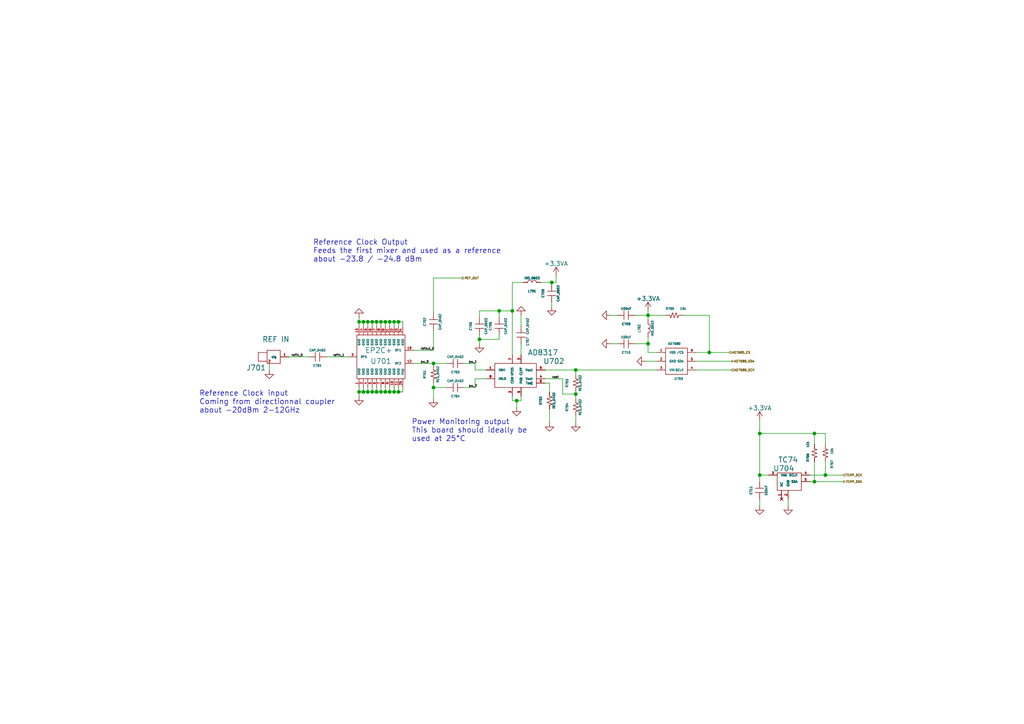
<source format=kicad_sch>
(kicad_sch (version 20211123) (generator eeschema)
  (paper "A4")
  (lib_symbols
    (symbol "adccore-rescue:+3.3VA" (power) (pin_names (offset 0))
      (property "Value" "+3.3VA" (at 0 3.556 0))
      (symbol "+3.3VA_0_1"
        (polyline (pts (xy -0.762 1.27) (xy 0 2.54)))
        (polyline (pts (xy 0 0) (xy 0 2.54)))
        (polyline (pts (xy 0 2.54) (xy 0.762 1.27)))
      )
      (symbol "+3.3VA_1_1"
        (pin power_in line (at 0 0 90) (length 0) hide (name "+3.3VA") (number "1"))
      )
    )
    (symbol "adccore-rescue:AD7680" (pin_names (offset 1.016))
      (property "Reference" "U" (at 1.27 -5.08 0))
      (property "Value" "AD7680" (at 0 5.08 0))
      (symbol "AD7680_0_1"
        (rectangle (start -2.54 3.81) (end 3.81 -3.81))
      )
      (symbol "AD7680_1_1"
        (pin power_in line (at -5.08 2.54 0) (length 2.54) (name "VDD") (number "1"))
        (pin power_in line (at -5.08 0 0) (length 2.54) (name "GND") (number "2"))
        (pin input line (at -5.08 -2.54 0) (length 2.54) (name "VIN") (number "3"))
        (pin input line (at 6.35 -2.54 180) (length 2.54) (name "SCLK") (number "4"))
        (pin output line (at 6.35 0 180) (length 2.54) (name "SDA") (number "5"))
        (pin input line (at 6.35 2.54 180) (length 2.54) (name "/CS") (number "6"))
      )
    )
    (symbol "adccore-rescue:AD8317" (pin_names (offset 1.016))
      (property "Reference" "U" (at -11.43 5.08 0))
      (property "Value" "AD8317" (at -8.255 8.255 0))
      (symbol "AD8317_0_1"
        (rectangle (start -5.715 2.54) (end 6.35 -4.445))
      )
      (symbol "AD8317_1_1"
        (pin input line (at -8.255 0.635 0) (length 2.54) (name "INHI") (number "1"))
        (pin power_in line (at -0.635 -6.985 90) (length 2.54) (name "COM") (number "2"))
        (pin output line (at 1.905 5.08 270) (length 2.54) (name "CLPF") (number "3"))
        (pin input line (at 8.89 -1.905 180) (length 2.54) (name "Vset") (number "4"))
        (pin output line (at 8.89 0.635 180) (length 2.54) (name "Vout") (number "5"))
        (pin input line (at 8.89 -3.175 180) (length 2.54) (name "Tadj") (number "6"))
        (pin power_in line (at -0.635 5.08 270) (length 2.54) (name "VPOS") (number "7"))
        (pin input line (at -8.255 -1.905 0) (length 2.54) (name "INLO") (number "8"))
        (pin power_in line (at 1.905 -6.985 90) (length 2.54) (name "PAD") (number "9"))
      )
    )
    (symbol "adccore-rescue:CAP_0402" (pin_numbers hide) (pin_names (offset 0) hide)
      (property "Reference" "C" (at 0 -2.54 0))
      (property "Value" "CAP_0402" (at 0 1.905 0))
      (symbol "CAP_0402_0_1"
        (polyline (pts (xy -1.27 0) (xy -0.635 0)))
        (polyline (pts (xy -0.635 -1.27) (xy -0.635 1.27)))
        (polyline (pts (xy 0.635 -1.27) (xy 0.635 -0.635)))
        (polyline (pts (xy 0.635 0.635) (xy 0.635 -0.635)))
        (polyline (pts (xy 0.635 1.27) (xy 0.635 0.635)))
        (polyline (pts (xy 1.27 0) (xy 0.635 0)))
      )
      (symbol "CAP_0402_1_1"
        (pin passive line (at -2.54 0 0) (length 1.27) (name "~") (number "1"))
        (pin passive line (at 2.54 0 180) (length 1.27) (name "~") (number "2"))
      )
    )
    (symbol "adccore-rescue:CAP_0603" (pin_numbers hide) (pin_names (offset 0) hide)
      (property "Reference" "C" (at 0 -2.54 0))
      (property "Value" "CAP_0603" (at 0 1.905 0))
      (symbol "CAP_0603_0_1"
        (polyline (pts (xy -1.27 0) (xy -0.635 0)))
        (polyline (pts (xy -0.635 -1.27) (xy -0.635 1.27)))
        (polyline (pts (xy 0.635 -1.27) (xy 0.635 -0.635)))
        (polyline (pts (xy 0.635 0.635) (xy 0.635 -0.635)))
        (polyline (pts (xy 0.635 1.27) (xy 0.635 0.635)))
        (polyline (pts (xy 1.27 0) (xy 0.635 0)))
      )
      (symbol "CAP_0603_1_1"
        (pin passive line (at -2.54 0 0) (length 1.27) (name "~") (number "1"))
        (pin passive line (at 2.54 0 180) (length 1.27) (name "~") (number "2"))
      )
    )
    (symbol "adccore-rescue:EP2C+" (pin_names (offset 1.016))
      (property "Reference" "U" (at -19.05 5.715 0))
      (property "Value" "EP2C+" (at -16.51 8.255 0))
      (symbol "EP2C+_0_1"
        (rectangle (start -7.62 6.35) (end 6.35 -6.35))
      )
      (symbol "EP2C+_1_1"
        (pin power_in line (at -6.985 -8.89 90) (length 2.54) (name "GND") (number "1"))
        (pin power_in line (at 3.175 -8.89 90) (length 2.54) (name "GND") (number "10"))
        (pin power_in line (at 4.445 -8.89 90) (length 2.54) (name "GND") (number "11"))
        (pin bidirectional line (at 8.89 -1.905 180) (length 2.54) (name "RF2") (number "12"))
        (pin power_in line (at -6.985 8.89 270) (length 2.54) (name "GND") (number "13"))
        (pin power_in line (at -5.715 8.89 270) (length 2.54) (name "GND") (number "14"))
        (pin power_in line (at -4.445 8.89 270) (length 2.54) (name "GND") (number "15"))
        (pin power_in line (at -3.175 8.89 270) (length 2.54) (name "GND") (number "16"))
        (pin power_in line (at -1.905 8.89 270) (length 2.54) (name "GND") (number "17"))
        (pin power_in line (at -0.635 8.89 270) (length 2.54) (name "GND") (number "18"))
        (pin bidirectional line (at 8.89 1.905 180) (length 2.54) (name "RF1") (number "19"))
        (pin power_in line (at -5.715 -8.89 90) (length 2.54) (name "GND") (number "2"))
        (pin power_in line (at 0.635 8.89 270) (length 2.54) (name "GND") (number "20"))
        (pin power_in line (at 1.905 8.89 270) (length 2.54) (name "GND") (number "21"))
        (pin power_in line (at 3.175 8.89 270) (length 2.54) (name "GND") (number "22"))
        (pin power_in line (at 4.445 8.89 270) (length 2.54) (name "GND") (number "23"))
        (pin power_in line (at 5.715 8.89 270) (length 2.54) (name "GND") (number "24"))
        (pin power_in line (at 5.715 -8.89 90) (length 2.54) (name "PAD") (number "25"))
        (pin bidirectional line (at -10.16 0 0) (length 2.54) (name "RFS") (number "3"))
        (pin power_in line (at -4.445 -8.89 90) (length 2.54) (name "GND") (number "4"))
        (pin power_in line (at -3.175 -8.89 90) (length 2.54) (name "GND") (number "5"))
        (pin power_in line (at -1.905 -8.89 90) (length 2.54) (name "GND") (number "6"))
        (pin power_in line (at -0.635 -8.89 90) (length 2.54) (name "GND") (number "7"))
        (pin power_in line (at 0.635 -8.89 90) (length 2.54) (name "GND") (number "8"))
        (pin power_in line (at 1.905 -8.89 90) (length 2.54) (name "GND") (number "9"))
      )
    )
    (symbol "adccore-rescue:GND" (power) (pin_names (offset 0))
      (property "Value" "GND" (at 0 -3.81 0))
      (symbol "GND_0_1"
        (polyline (pts (xy 0 0) (xy 0 -1.27) (xy 1.27 -1.27) (xy 0 -2.54) (xy -1.27 -1.27) (xy 0 -1.27)))
      )
      (symbol "GND_1_1"
        (pin power_in line (at 0 0 270) (length 0) hide (name "GND") (number "1"))
      )
    )
    (symbol "adccore-rescue:IND_0603" (pin_numbers hide) (pin_names (offset 0) hide)
      (property "Reference" "L" (at 0 -2.54 0))
      (property "Value" "IND_0603" (at 0 1.27 0))
      (symbol "IND_0603_0_1"
        (arc (start 0 0) (mid -0.635 0.635) (end -1.27 0))
        (arc (start 1.27 0) (mid 0.635 0.635) (end 0 0))
      )
      (symbol "IND_0603_1_1"
        (pin passive line (at -2.54 0 0) (length 1.27) (name "~") (number "1"))
        (pin passive line (at 2.54 0 180) (length 1.27) (name "~") (number "2"))
      )
    )
    (symbol "adccore-rescue:RES_0402" (pin_numbers hide) (pin_names (offset 0) hide)
      (property "Reference" "R" (at 0 -2.54 0))
      (property "Value" "RES_0402" (at 0 1.27 0))
      (symbol "RES_0402_0_1"
        (polyline (pts (xy -1.27 0) (xy -1.016 0.762) (xy -0.508 -0.762) (xy 0 0.762) (xy 0.508 -0.762) (xy 1.016 0.762) (xy 1.27 0)))
      )
      (symbol "RES_0402_1_1"
        (pin input line (at -2.54 0 0) (length 1.27) (name "1") (number "1"))
        (pin input line (at 2.54 0 180) (length 1.27) (name "2") (number "2"))
      )
    )
    (symbol "adccore-rescue:SMA_PCB" (pin_names (offset 1.016))
      (property "Reference" "J" (at 7.62 5.08 0))
      (property "Value" "SMA_PCB" (at 0 5.08 0))
      (symbol "SMA_PCB_0_1"
        (rectangle (start -5.08 -1.27) (end -2.54 -1.27))
        (rectangle (start -5.08 1.27) (end -5.08 -1.27))
        (rectangle (start -2.54 -1.905) (end 1.27 -1.905))
        (rectangle (start -2.54 1.27) (end -5.08 1.27))
        (rectangle (start -2.54 1.905) (end -2.54 -1.905))
        (rectangle (start -2.54 1.905) (end 1.27 1.905))
        (rectangle (start 1.27 -1.905) (end 1.27 1.905))
      )
      (symbol "SMA_PCB_1_1"
        (pin power_in line (at 3.81 0 180) (length 2.54) (name "sig") (number "1"))
        (pin power_in line (at -1.905 -1.905 0) (length 0) (name "~") (number "2"))
      )
    )
    (symbol "adccore-rescue:TC74" (pin_names (offset 1.016))
      (property "Reference" "U" (at -1.27 3.175 0))
      (property "Value" "TC74" (at 0 5.715 0))
      (symbol "TC74_0_1"
        (rectangle (start -3.175 1.905) (end 3.81 -3.175))
      )
      (symbol "TC74_1_1"
        (pin no_connect line (at -1.905 -5.715 90) (length 2.54) (name "NC") (number "1"))
        (pin power_in line (at 0 -5.715 90) (length 2.54) (name "GND") (number "2"))
        (pin power_in line (at -5.715 1.27 0) (length 2.54) (name "Vdd") (number "3"))
        (pin input line (at 6.35 1.27 180) (length 2.54) (name "SCLK") (number "4"))
        (pin bidirectional line (at 6.35 -0.635 180) (length 2.54) (name "SDA") (number "5"))
      )
    )
  )
  (junction (at 106.68 93.345))
  (junction (at 113.03 113.665))
  (junction (at 167.005 107.315))
  (junction (at 239.395 137.795))
  (junction (at 104.14 113.665))
  (junction (at 106.68 113.665))
  (junction (at 144.78 90.17))
  (junction (at 125.73 105.41))
  (junction (at 236.22 139.7))
  (junction (at 125.73 112.395))
  (junction (at 107.95 93.345))
  (junction (at 139.065 98.425))
  (junction (at 111.76 93.345))
  (junction (at 220.345 137.795))
  (junction (at 149.86 116.205))
  (junction (at 109.22 113.665))
  (junction (at 148.59 90.17))
  (junction (at 114.3 93.345))
  (junction (at 115.57 93.345))
  (junction (at 160.02 81.915))
  (junction (at 107.95 113.665))
  (junction (at 220.345 125.73))
  (junction (at 187.96 91.44))
  (junction (at 236.22 125.73))
  (junction (at 105.41 113.665))
  (junction (at 105.41 93.345))
  (junction (at 110.49 113.665))
  (junction (at 115.57 113.665))
  (junction (at 111.76 113.665))
  (junction (at 113.03 93.345))
  (junction (at 110.49 93.345))
  (junction (at 187.96 99.695))
  (junction (at 114.3 113.665))
  (junction (at 167.005 114.3))
  (junction (at 205.74 102.235))
  (junction (at 109.22 93.345))
  (junction (at 104.14 93.345))
  (wire (pts (xy 205.74 91.44) (xy 205.74 102.235)))
  (wire (pts (xy 120.015 105.41) (xy 125.73 105.41)))
  (wire (pts (xy 105.41 112.395) (xy 105.41 113.665)))
  (wire (pts (xy 94.615 103.505) (xy 100.965 103.505)))
  (wire (pts (xy 125.73 80.645) (xy 125.73 90.805)))
  (wire (pts (xy 177.165 99.695) (xy 179.07 99.695)))
  (wire (pts (xy 187.96 102.235) (xy 190.5 102.235)))
  (wire (pts (xy 125.73 112.395) (xy 125.73 115.57)))
  (wire (pts (xy 220.345 144.78) (xy 220.345 146.685)))
  (wire (pts (xy 106.68 113.665) (xy 107.95 113.665)))
  (wire (pts (xy 83.82 103.505) (xy 89.535 103.505)))
  (wire (pts (xy 137.795 112.395) (xy 137.795 109.855)))
  (wire (pts (xy 137.795 107.315) (xy 140.97 107.315)))
  (wire (pts (xy 148.59 114.935) (xy 148.59 116.205)))
  (wire (pts (xy 158.115 109.855) (xy 163.195 109.855)))
  (wire (pts (xy 125.73 105.41) (xy 129.54 105.41)))
  (wire (pts (xy 201.93 102.235) (xy 205.74 102.235)))
  (wire (pts (xy 158.115 111.125) (xy 159.385 111.125)))
  (wire (pts (xy 187.96 90.17) (xy 187.96 91.44)))
  (wire (pts (xy 113.03 94.615) (xy 113.03 93.345)))
  (wire (pts (xy 106.68 93.345) (xy 107.95 93.345)))
  (wire (pts (xy 151.765 81.915) (xy 148.59 81.915)))
  (wire (pts (xy 236.22 125.73) (xy 239.395 125.73)))
  (wire (pts (xy 107.95 113.665) (xy 109.22 113.665)))
  (wire (pts (xy 109.22 93.345) (xy 110.49 93.345)))
  (wire (pts (xy 115.57 112.395) (xy 115.57 113.665)))
  (wire (pts (xy 133.985 80.645) (xy 125.73 80.645)))
  (wire (pts (xy 139.065 90.17) (xy 139.065 92.075)))
  (wire (pts (xy 104.14 93.345) (xy 104.14 94.615)))
  (wire (pts (xy 139.065 98.425) (xy 139.065 99.695)))
  (wire (pts (xy 116.84 113.665) (xy 116.84 112.395)))
  (wire (pts (xy 167.005 113.665) (xy 167.005 114.3)))
  (wire (pts (xy 187.96 99.695) (xy 184.15 99.695)))
  (wire (pts (xy 167.005 114.3) (xy 167.005 115.57)))
  (wire (pts (xy 177.165 91.44) (xy 179.07 91.44)))
  (wire (pts (xy 236.22 139.7) (xy 236.22 133.985)))
  (wire (pts (xy 109.22 113.665) (xy 110.49 113.665)))
  (wire (pts (xy 239.395 137.795) (xy 239.395 133.985)))
  (wire (pts (xy 104.14 113.665) (xy 104.14 114.935)))
  (wire (pts (xy 114.3 113.665) (xy 115.57 113.665)))
  (wire (pts (xy 160.02 82.55) (xy 160.02 81.915)))
  (wire (pts (xy 212.09 107.315) (xy 201.93 107.315)))
  (wire (pts (xy 149.86 116.205) (xy 151.13 116.205)))
  (wire (pts (xy 106.68 112.395) (xy 106.68 113.665)))
  (wire (pts (xy 220.345 125.73) (xy 236.22 125.73)))
  (wire (pts (xy 158.115 107.315) (xy 167.005 107.315)))
  (wire (pts (xy 239.395 125.73) (xy 239.395 128.905)))
  (wire (pts (xy 234.95 137.795) (xy 239.395 137.795)))
  (wire (pts (xy 144.78 98.425) (xy 139.065 98.425)))
  (wire (pts (xy 148.59 81.915) (xy 148.59 90.17)))
  (wire (pts (xy 113.03 112.395) (xy 113.03 113.665)))
  (wire (pts (xy 159.385 118.745) (xy 159.385 122.555)))
  (wire (pts (xy 144.78 92.075) (xy 144.78 90.17)))
  (wire (pts (xy 163.195 109.855) (xy 163.195 114.3)))
  (wire (pts (xy 144.78 90.17) (xy 148.59 90.17)))
  (wire (pts (xy 125.73 101.6) (xy 125.73 95.885)))
  (wire (pts (xy 139.065 90.17) (xy 144.78 90.17)))
  (wire (pts (xy 120.015 101.6) (xy 125.73 101.6)))
  (wire (pts (xy 156.845 81.915) (xy 160.02 81.915)))
  (wire (pts (xy 149.86 118.11) (xy 149.86 116.205)))
  (wire (pts (xy 110.49 113.665) (xy 111.76 113.665)))
  (wire (pts (xy 144.78 97.155) (xy 144.78 98.425)))
  (wire (pts (xy 104.14 93.345) (xy 105.41 93.345)))
  (wire (pts (xy 187.96 91.44) (xy 193.04 91.44)))
  (wire (pts (xy 110.49 94.615) (xy 110.49 93.345)))
  (wire (pts (xy 110.49 112.395) (xy 110.49 113.665)))
  (wire (pts (xy 111.76 113.665) (xy 113.03 113.665)))
  (wire (pts (xy 104.14 92.075) (xy 104.14 93.345)))
  (wire (pts (xy 167.005 107.315) (xy 167.005 108.585)))
  (wire (pts (xy 198.12 91.44) (xy 205.74 91.44)))
  (wire (pts (xy 115.57 94.615) (xy 115.57 93.345)))
  (wire (pts (xy 184.15 91.44) (xy 187.96 91.44)))
  (wire (pts (xy 161.29 81.915) (xy 161.29 80.01)))
  (wire (pts (xy 236.22 128.905) (xy 236.22 125.73)))
  (wire (pts (xy 114.3 112.395) (xy 114.3 113.665)))
  (wire (pts (xy 111.76 93.345) (xy 113.03 93.345)))
  (wire (pts (xy 104.14 112.395) (xy 104.14 113.665)))
  (wire (pts (xy 106.68 94.615) (xy 106.68 93.345)))
  (wire (pts (xy 160.02 87.63) (xy 160.02 88.9)))
  (wire (pts (xy 212.09 104.775) (xy 201.93 104.775)))
  (wire (pts (xy 105.41 93.345) (xy 106.68 93.345)))
  (wire (pts (xy 109.22 94.615) (xy 109.22 93.345)))
  (wire (pts (xy 205.74 102.235) (xy 211.455 102.235)))
  (wire (pts (xy 234.95 139.7) (xy 236.22 139.7)))
  (wire (pts (xy 134.62 112.395) (xy 137.795 112.395)))
  (wire (pts (xy 187.96 97.79) (xy 187.96 99.695)))
  (wire (pts (xy 114.3 94.615) (xy 114.3 93.345)))
  (wire (pts (xy 222.885 137.795) (xy 220.345 137.795)))
  (wire (pts (xy 109.22 112.395) (xy 109.22 113.665)))
  (wire (pts (xy 114.3 93.345) (xy 115.57 93.345)))
  (wire (pts (xy 104.14 113.665) (xy 105.41 113.665)))
  (wire (pts (xy 160.02 81.915) (xy 161.29 81.915)))
  (wire (pts (xy 159.385 111.125) (xy 159.385 113.665)))
  (wire (pts (xy 111.76 112.395) (xy 111.76 113.665)))
  (wire (pts (xy 105.41 113.665) (xy 106.68 113.665)))
  (wire (pts (xy 137.795 105.41) (xy 137.795 107.315)))
  (wire (pts (xy 187.96 91.44) (xy 187.96 92.71)))
  (wire (pts (xy 148.59 90.17) (xy 148.59 102.87)))
  (wire (pts (xy 111.76 94.615) (xy 111.76 93.345)))
  (wire (pts (xy 116.84 93.345) (xy 116.84 94.615)))
  (wire (pts (xy 220.345 137.795) (xy 220.345 139.7)))
  (wire (pts (xy 129.54 112.395) (xy 125.73 112.395)))
  (wire (pts (xy 137.795 109.855) (xy 140.97 109.855)))
  (wire (pts (xy 110.49 93.345) (xy 111.76 93.345)))
  (wire (pts (xy 139.065 97.155) (xy 139.065 98.425)))
  (wire (pts (xy 125.73 111.125) (xy 125.73 112.395)))
  (wire (pts (xy 239.395 137.795) (xy 244.475 137.795)))
  (wire (pts (xy 107.95 94.615) (xy 107.95 93.345)))
  (wire (pts (xy 113.03 113.665) (xy 114.3 113.665)))
  (wire (pts (xy 187.325 104.775) (xy 190.5 104.775)))
  (wire (pts (xy 115.57 113.665) (xy 116.84 113.665)))
  (wire (pts (xy 151.13 99.695) (xy 151.13 102.87)))
  (wire (pts (xy 105.41 94.615) (xy 105.41 93.345)))
  (wire (pts (xy 125.73 105.41) (xy 125.73 106.045)))
  (wire (pts (xy 167.005 107.315) (xy 190.5 107.315)))
  (wire (pts (xy 107.95 93.345) (xy 109.22 93.345)))
  (wire (pts (xy 151.13 116.205) (xy 151.13 114.935)))
  (wire (pts (xy 228.6 144.78) (xy 228.6 146.685)))
  (wire (pts (xy 187.96 99.695) (xy 187.96 102.235)))
  (wire (pts (xy 236.22 139.7) (xy 244.475 139.7)))
  (wire (pts (xy 220.345 121.92) (xy 220.345 125.73)))
  (wire (pts (xy 148.59 116.205) (xy 149.86 116.205)))
  (wire (pts (xy 220.345 125.73) (xy 220.345 137.795)))
  (wire (pts (xy 115.57 93.345) (xy 116.84 93.345)))
  (wire (pts (xy 167.005 120.65) (xy 167.005 122.555)))
  (wire (pts (xy 134.62 105.41) (xy 137.795 105.41)))
  (wire (pts (xy 113.03 93.345) (xy 114.3 93.345)))
  (wire (pts (xy 163.195 114.3) (xy 167.005 114.3)))
  (wire (pts (xy 107.95 112.395) (xy 107.95 113.665)))
  (wire (pts (xy 78.105 105.41) (xy 78.105 107.315)))
  (wire (pts (xy 151.13 91.44) (xy 151.13 94.615)))
  (text "Power Monitoring output\nThis board should ideally be\nused at 25°C" (at 119.38 128.27 0) (effects (font (size 1.524 1.524)) (justify left bottom)))
  (text "Reference Clock Output\nFeeds the first mixer and used as a reference\nabout -23.8 / -24.8 dBm" (at 90.805 76.2 0) (effects (font (size 1.524 1.524)) (justify left bottom)))
  (text "Reference Clock input\nComing from directionnal coupler\nabout -20dBm 2-12GHz" (at 57.785 120.015 0) (effects (font (size 1.524 1.524)) (justify left bottom)))
  (label "pw_1" (at 135.89 105.41 0) (effects (font (size 0.635 0.635))))
  (label "refin_0" (at 84.455 103.505 0) (effects (font (size 0.635 0.635))))
  (label "pw_2" (at 135.89 112.395 0) (effects (font (size 0.635 0.635))))
  (label "refin_1" (at 96.52 103.505 0) (effects (font (size 0.635 0.635))))
  (label "vset" (at 160.02 109.855 0) (effects (font (size 0.635 0.635))))
  (label "refout_0" (at 121.92 101.6 0) (effects (font (size 0.635 0.635))))
  (label "pw_0" (at 121.92 105.41 0) (effects (font (size 0.635 0.635))))
  (hierarchical_label "TEMP_SDA" (shape bidirectional) (at 244.475 139.7 0) (effects (font (size 0.635 0.635))))
  (hierarchical_label "AD7680_SDA" (shape bidirectional) (at 212.09 104.775 0) (effects (font (size 0.635 0.635))))
  (hierarchical_label "TEMP_SCK" (shape input) (at 244.475 137.795 0) (effects (font (size 0.635 0.635))))
  (hierarchical_label "REF_OUT" (shape output) (at 133.985 80.645 0) (effects (font (size 0.635 0.635))))
  (hierarchical_label "AD7680_CS" (shape input) (at 211.455 102.235 0) (effects (font (size 0.635 0.635))))
  (hierarchical_label "AD7680_SCK" (shape input) (at 212.09 107.315 0) (effects (font (size 0.635 0.635))))
  (symbol (lib_id "adccore-rescue:AD8317") (at 149.225 107.95 0) (unit 1)
    (property "Reference" "U702" (at 160.655 104.775 0) (effects (font (size 1.524 1.524))))
    (property "Value" "AD8317" (at 157.48 102.235 0) (effects (font (size 1.524 1.524))))
    (property "Footprint" "QFN:LFCSP8_3x2mm" (effects hide))
  )
  (symbol (lib_id "adccore-rescue:CAP_0402") (at 132.08 105.41 0) (unit 1)
    (property "Reference" "C703" (at 132.08 107.95 0) (effects (font (size 0.635 0.635))))
    (property "Value" "CAP_0402" (at 132.08 103.505 0) (effects (font (size 0.635 0.635))))
    (property "Footprint" "SM0402" (effects hide))
  )
  (symbol (lib_id "adccore-rescue:CAP_0402") (at 132.08 112.395 0) (unit 1)
    (property "Reference" "C704" (at 132.08 114.935 0) (effects (font (size 0.635 0.635))))
    (property "Value" "CAP_0402" (at 132.08 110.49 0) (effects (font (size 0.635 0.635))))
    (property "Footprint" "SM0402" (effects hide))
  )
  (symbol (lib_id "adccore-rescue:RES_0402") (at 125.73 108.585 270) (unit 1)
    (property "Reference" "R701" (at 123.19 108.585 0) (effects (font (size 0.635 0.635))))
    (property "Value" "RES_0402" (at 127 108.585 0) (effects (font (size 0.635 0.635))))
    (property "Footprint" "SM0402" (effects hide))
  )
  (symbol (lib_id "adccore-rescue:GND") (at 149.86 118.11 0) (unit 1)
    (property "Reference" "#PWR0194" (effects hide))
    (property "Value" "GND" (effects hide))
  )
  (symbol (lib_id "adccore-rescue:RES_0402") (at 167.005 111.125 270) (unit 1)
    (property "Reference" "R703" (at 164.465 111.125 0) (effects (font (size 0.635 0.635))))
    (property "Value" "RES_0402" (at 168.275 111.125 0) (effects (font (size 0.635 0.635))))
    (property "Footprint" "SM0402" (effects hide))
  )
  (symbol (lib_id "adccore-rescue:RES_0402") (at 167.005 118.11 270) (unit 1)
    (property "Reference" "R704" (at 164.465 118.11 0) (effects (font (size 0.635 0.635))))
    (property "Value" "RES_0402" (at 168.275 118.11 0) (effects (font (size 0.635 0.635))))
    (property "Footprint" "SM0402" (effects hide))
  )
  (symbol (lib_id "adccore-rescue:RES_0402") (at 159.385 116.205 270) (unit 1)
    (property "Reference" "R702" (at 156.845 116.205 0) (effects (font (size 0.635 0.635))))
    (property "Value" "RES_0402" (at 160.655 116.205 0) (effects (font (size 0.635 0.635))))
    (property "Footprint" "SM0402" (effects hide))
  )
  (symbol (lib_id "adccore-rescue:GND") (at 167.005 122.555 0) (unit 1)
    (property "Reference" "#PWR0195" (effects hide))
    (property "Value" "GND" (effects hide))
  )
  (symbol (lib_id "adccore-rescue:GND") (at 159.385 122.555 0) (unit 1)
    (property "Reference" "#PWR0196" (effects hide))
    (property "Value" "GND" (effects hide))
  )
  (symbol (lib_id "adccore-rescue:GND") (at 125.73 115.57 0) (unit 1)
    (property "Reference" "#PWR0197" (effects hide))
    (property "Value" "GND" (effects hide))
  )
  (symbol (lib_id "adccore-rescue:SMA_PCB") (at 80.01 103.505 0) (unit 1)
    (property "Reference" "J701" (at 74.295 106.68 0) (effects (font (size 1.524 1.524))))
    (property "Value" "REF IN" (at 80.01 98.425 0) (effects (font (size 1.524 1.524))))
    (property "Footprint" "Connectors_RF:SMA_AMP_132255-12" (effects hide))
  )
  (symbol (lib_id "adccore-rescue:GND") (at 78.105 107.315 0) (unit 1)
    (property "Reference" "#PWR0198" (effects hide))
    (property "Value" "GND" (effects hide))
  )
  (symbol (lib_id "adccore-rescue:CAP_0402") (at 151.13 97.155 270) (unit 1)
    (property "Reference" "C707" (at 153.035 99.06 0) (effects (font (size 0.635 0.635))))
    (property "Value" "CAP_0402" (at 153.035 94.615 0) (effects (font (size 0.635 0.635))))
    (property "Footprint" "SM0402" (effects hide))
  )
  (symbol (lib_id "adccore-rescue:GND") (at 151.13 91.44 180) (unit 1)
    (property "Reference" "#PWR0199" (effects hide))
    (property "Value" "GND" (effects hide))
  )
  (symbol (lib_id "adccore-rescue:EP2C+") (at 111.125 103.505 0) (unit 1)
    (property "Reference" "U701" (at 110.49 104.775 0) (effects (font (size 1.524 1.524))))
    (property "Value" "EP2C+" (at 109.855 101.6 0) (effects (font (size 1.524 1.524))))
    (property "Footprint" "QFN:QFN24_4x4_0.5mm" (effects hide))
  )
  (symbol (lib_id "adccore-rescue:CAP_0402") (at 92.075 103.505 0) (unit 1)
    (property "Reference" "C701" (at 92.075 106.045 0) (effects (font (size 0.635 0.635))))
    (property "Value" "CAP_0402" (at 92.075 101.6 0) (effects (font (size 0.635 0.635))))
    (property "Footprint" "SM0402" (effects hide))
  )
  (symbol (lib_id "adccore-rescue:GND") (at 104.14 114.935 0) (unit 1)
    (property "Reference" "#PWR0200" (effects hide))
    (property "Value" "GND" (effects hide))
  )
  (symbol (lib_id "adccore-rescue:GND") (at 104.14 92.075 180) (unit 1)
    (property "Reference" "#PWR0201" (effects hide))
    (property "Value" "GND" (effects hide))
  )
  (symbol (lib_id "adccore-rescue:CAP_0402") (at 125.73 93.345 270) (unit 1)
    (property "Reference" "C702" (at 123.19 93.345 0) (effects (font (size 0.635 0.635))))
    (property "Value" "CAP_0402" (at 127.635 93.345 0) (effects (font (size 0.635 0.635))))
    (property "Footprint" "SM0402" (effects hide))
  )
  (symbol (lib_id "adccore-rescue:CAP_0402") (at 144.78 94.615 270) (unit 1)
    (property "Reference" "C706" (at 142.24 94.615 0) (effects (font (size 0.635 0.635))))
    (property "Value" "CAP_0402" (at 146.685 94.615 0) (effects (font (size 0.635 0.635))))
    (property "Footprint" "SM0402" (effects hide))
  )
  (symbol (lib_id "adccore-rescue:CAP_0603") (at 139.065 94.615 270) (unit 1)
    (property "Reference" "C705" (at 136.525 94.615 0) (effects (font (size 0.635 0.635))))
    (property "Value" "CAP_0603" (at 140.97 94.615 0) (effects (font (size 0.635 0.635))))
    (property "Footprint" "SM0603" (effects hide))
  )
  (symbol (lib_id "adccore-rescue:GND") (at 139.065 99.695 0) (unit 1)
    (property "Reference" "#PWR0202" (effects hide))
    (property "Value" "GND" (effects hide))
  )
  (symbol (lib_id "adccore-rescue:TC74") (at 228.6 139.065 0) (unit 1)
    (property "Reference" "U704" (at 227.33 135.89 0) (effects (font (size 1.524 1.524))))
    (property "Value" "TC74" (at 228.6 133.35 0) (effects (font (size 1.524 1.524))))
    (property "Footprint" "SOT:SOT23-5" (effects hide))
  )
  (symbol (lib_id "adccore-rescue:GND") (at 228.6 146.685 0) (unit 1)
    (property "Reference" "#PWR0203" (effects hide))
    (property "Value" "GND" (effects hide))
  )
  (symbol (lib_id "adccore-rescue:CAP_0603") (at 220.345 142.24 270) (unit 1)
    (property "Reference" "C711" (at 217.805 142.24 0) (effects (font (size 0.635 0.635))))
    (property "Value" "100nF" (at 222.25 142.24 0) (effects (font (size 0.635 0.635))))
    (property "Footprint" "SM0603" (effects hide))
  )
  (symbol (lib_id "adccore-rescue:GND") (at 220.345 146.685 0) (unit 1)
    (property "Reference" "#PWR0204" (effects hide))
    (property "Value" "GND" (effects hide))
  )
  (symbol (lib_id "adccore-rescue:RES_0402") (at 236.22 131.445 270) (unit 1)
    (property "Reference" "R706" (at 234.315 132.715 0) (effects (font (size 0.635 0.635))))
    (property "Value" "10k" (at 234.315 128.905 0) (effects (font (size 0.635 0.635))))
    (property "Footprint" "SM0402" (effects hide))
  )
  (symbol (lib_id "adccore-rescue:RES_0402") (at 239.395 131.445 270) (unit 1)
    (property "Reference" "R707" (at 241.3 134.62 0) (effects (font (size 0.635 0.635))))
    (property "Value" "10k" (at 241.3 130.81 0) (effects (font (size 0.635 0.635))))
    (property "Footprint" "SM0402" (effects hide))
  )
  (symbol (lib_id "adccore-rescue:+3.3VA") (at 161.29 80.01 0) (unit 1)
    (property "Reference" "#PWR0205" (effects hide))
    (property "Value" "+3.3VA" (at 161.29 76.454 0))
  )
  (symbol (lib_id "adccore-rescue:IND_0603") (at 154.305 81.915 0) (unit 1)
    (property "Reference" "L701" (at 154.305 84.455 0) (effects (font (size 0.635 0.635))))
    (property "Value" "IND_0603" (at 154.305 80.645 0) (effects (font (size 0.635 0.635))))
    (property "Footprint" "SM0603" (effects hide))
  )
  (symbol (lib_id "adccore-rescue:CAP_0603") (at 160.02 85.09 270) (unit 1)
    (property "Reference" "C708" (at 157.48 85.09 0) (effects (font (size 0.635 0.635))))
    (property "Value" "CAP_0603" (at 161.925 85.09 0) (effects (font (size 0.635 0.635))))
    (property "Footprint" "SM0603" (effects hide))
  )
  (symbol (lib_id "adccore-rescue:GND") (at 160.02 88.9 0) (unit 1)
    (property "Reference" "#PWR0206" (effects hide))
    (property "Value" "GND" (effects hide))
  )
  (symbol (lib_id "adccore-rescue:AD7680") (at 195.58 104.775 0) (unit 1)
    (property "Reference" "U703" (at 196.85 109.855 0) (effects (font (size 0.635 0.635))))
    (property "Value" "AD7680" (at 195.58 99.695 0) (effects (font (size 0.635 0.635))))
    (property "Footprint" "SOT:SOT-236-095mm" (effects hide))
  )
  (symbol (lib_id "adccore-rescue:GND") (at 187.325 104.775 270) (unit 1)
    (property "Reference" "#PWR0207" (effects hide))
    (property "Value" "GND" (effects hide))
  )
  (symbol (lib_id "adccore-rescue:IND_0603") (at 187.96 95.25 270) (unit 1)
    (property "Reference" "L702" (at 185.42 95.25 0) (effects (font (size 0.635 0.635))))
    (property "Value" "IND_0603" (at 189.23 95.25 0) (effects (font (size 0.635 0.635))))
    (property "Footprint" "SM0603" (effects hide))
  )
  (symbol (lib_id "adccore-rescue:CAP_0402") (at 181.61 91.44 0) (unit 1)
    (property "Reference" "C709" (at 181.61 93.98 0) (effects (font (size 0.635 0.635))))
    (property "Value" "100nF" (at 181.61 89.535 0) (effects (font (size 0.635 0.635))))
    (property "Footprint" "SM0402" (effects hide))
  )
  (symbol (lib_id "adccore-rescue:CAP_0402") (at 181.61 99.695 0) (unit 1)
    (property "Reference" "C710" (at 181.61 102.235 0) (effects (font (size 0.635 0.635))))
    (property "Value" "100nF" (at 181.61 97.79 0) (effects (font (size 0.635 0.635))))
    (property "Footprint" "SM0402" (effects hide))
  )
  (symbol (lib_id "adccore-rescue:GND") (at 177.165 99.695 270) (unit 1)
    (property "Reference" "#PWR0208" (effects hide))
    (property "Value" "GND" (effects hide))
  )
  (symbol (lib_id "adccore-rescue:GND") (at 177.165 91.44 270) (unit 1)
    (property "Reference" "#PWR0209" (effects hide))
    (property "Value" "GND" (effects hide))
  )
  (symbol (lib_id "adccore-rescue:RES_0402") (at 195.58 91.44 180) (unit 1)
    (property "Reference" "R705" (at 194.31 89.535 0) (effects (font (size 0.635 0.635))))
    (property "Value" "10k" (at 198.12 89.535 0) (effects (font (size 0.635 0.635))))
    (property "Footprint" "SM0402" (effects hide))
  )
  (symbol (lib_id "adccore-rescue:+3.3VA") (at 187.96 90.17 0) (unit 1)
    (property "Reference" "#PWR0210" (effects hide))
    (property "Value" "+3.3VA" (at 187.96 86.614 0))
  )
  (symbol (lib_id "adccore-rescue:+3.3VA") (at 220.345 121.92 0) (unit 1)
    (property "Reference" "#PWR0211" (effects hide))
    (property "Value" "+3.3VA" (at 220.345 118.364 0))
  )
)
</source>
